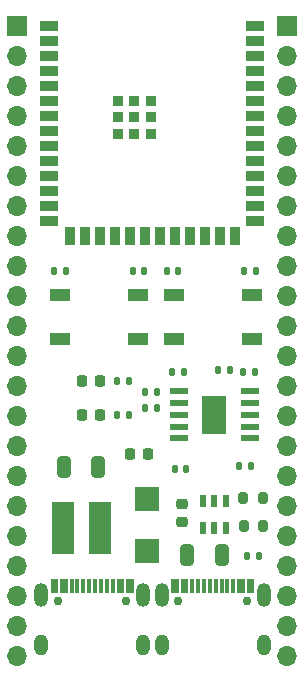
<source format=gbr>
%TF.GenerationSoftware,KiCad,Pcbnew,7.99.0-2389-gf842e6ac7a*%
%TF.CreationDate,2023-09-28T17:07:59+02:00*%
%TF.ProjectId,ESP32 PD Module,45535033-3220-4504-9420-4d6f64756c65,rev?*%
%TF.SameCoordinates,Original*%
%TF.FileFunction,Soldermask,Top*%
%TF.FilePolarity,Negative*%
%FSLAX46Y46*%
G04 Gerber Fmt 4.6, Leading zero omitted, Abs format (unit mm)*
G04 Created by KiCad (PCBNEW 7.99.0-2389-gf842e6ac7a) date 2023-09-28 17:07:59*
%MOMM*%
%LPD*%
G01*
G04 APERTURE LIST*
G04 Aperture macros list*
%AMRoundRect*
0 Rectangle with rounded corners*
0 $1 Rounding radius*
0 $2 $3 $4 $5 $6 $7 $8 $9 X,Y pos of 4 corners*
0 Add a 4 corners polygon primitive as box body*
4,1,4,$2,$3,$4,$5,$6,$7,$8,$9,$2,$3,0*
0 Add four circle primitives for the rounded corners*
1,1,$1+$1,$2,$3*
1,1,$1+$1,$4,$5*
1,1,$1+$1,$6,$7*
1,1,$1+$1,$8,$9*
0 Add four rect primitives between the rounded corners*
20,1,$1+$1,$2,$3,$4,$5,0*
20,1,$1+$1,$4,$5,$6,$7,0*
20,1,$1+$1,$6,$7,$8,$9,0*
20,1,$1+$1,$8,$9,$2,$3,0*%
G04 Aperture macros list end*
%ADD10RoundRect,0.135000X0.135000X0.185000X-0.135000X0.185000X-0.135000X-0.185000X0.135000X-0.185000X0*%
%ADD11R,1.700000X1.700000*%
%ADD12O,1.700000X1.700000*%
%ADD13R,0.300000X1.300000*%
%ADD14O,1.200000X1.800000*%
%ADD15O,1.200000X2.000000*%
%ADD16C,0.750000*%
%ADD17RoundRect,0.218750X-0.218750X-0.256250X0.218750X-0.256250X0.218750X0.256250X-0.218750X0.256250X0*%
%ADD18RoundRect,0.200000X0.200000X0.275000X-0.200000X0.275000X-0.200000X-0.275000X0.200000X-0.275000X0*%
%ADD19R,1.700000X1.000000*%
%ADD20RoundRect,0.250000X0.325000X0.650000X-0.325000X0.650000X-0.325000X-0.650000X0.325000X-0.650000X0*%
%ADD21R,1.500000X0.600000*%
%ADD22R,2.100000X3.300000*%
%ADD23RoundRect,0.225000X-0.225000X-0.250000X0.225000X-0.250000X0.225000X0.250000X-0.225000X0.250000X0*%
%ADD24R,2.000000X2.000000*%
%ADD25RoundRect,0.225000X-0.250000X0.225000X-0.250000X-0.225000X0.250000X-0.225000X0.250000X0.225000X0*%
%ADD26R,1.900000X4.500000*%
%ADD27R,1.500000X0.900000*%
%ADD28R,0.900000X1.500000*%
%ADD29R,0.900000X0.900000*%
%ADD30R,0.530000X0.990000*%
%ADD31RoundRect,0.140000X-0.140000X-0.170000X0.140000X-0.170000X0.140000X0.170000X-0.140000X0.170000X0*%
%ADD32RoundRect,0.140000X0.140000X0.170000X-0.140000X0.170000X-0.140000X-0.170000X0.140000X-0.170000X0*%
%ADD33RoundRect,0.135000X-0.135000X-0.185000X0.135000X-0.185000X0.135000X0.185000X-0.135000X0.185000X0*%
%ADD34RoundRect,0.200000X-0.200000X-0.275000X0.200000X-0.275000X0.200000X0.275000X-0.200000X0.275000X0*%
G04 APERTURE END LIST*
D10*
%TO.C,R12*%
X68760000Y-95700000D03*
X67740000Y-95700000D03*
%TD*%
D11*
%TO.C,J1*%
X48260000Y-50800000D03*
D12*
X48260000Y-53340000D03*
X48260000Y-55880000D03*
X48260000Y-58420000D03*
X48260000Y-60960000D03*
X48260000Y-63500000D03*
X48260000Y-66040000D03*
X48260000Y-68580000D03*
X48260000Y-71120000D03*
X48260000Y-73660000D03*
X48260000Y-76200000D03*
X48260000Y-78740000D03*
X48260000Y-81280000D03*
X48260000Y-83820000D03*
X48260000Y-86360000D03*
X48260000Y-88900000D03*
X48260000Y-91440000D03*
X48260000Y-93980000D03*
X48260000Y-96520000D03*
X48260000Y-99060000D03*
X48260000Y-101600000D03*
X48260000Y-104140000D03*
%TD*%
D11*
%TO.C,J2*%
X71120000Y-50800000D03*
D12*
X71120000Y-53340000D03*
X71120000Y-55880000D03*
X71120000Y-58420000D03*
X71120000Y-60960000D03*
X71120000Y-63500000D03*
X71120000Y-66040000D03*
X71120000Y-68580000D03*
X71120000Y-71120000D03*
X71120000Y-73660000D03*
X71120000Y-76200000D03*
X71120000Y-78740000D03*
X71120000Y-81280000D03*
X71120000Y-83820000D03*
X71120000Y-86360000D03*
X71120000Y-88900000D03*
X71120000Y-91440000D03*
X71120000Y-93980000D03*
X71120000Y-96520000D03*
X71120000Y-99060000D03*
X71120000Y-101600000D03*
X71120000Y-104140000D03*
%TD*%
D13*
%TO.C,USB2*%
X52850000Y-98260000D03*
X53350000Y-98260000D03*
X53850000Y-98260000D03*
X54350000Y-98260000D03*
X54850000Y-98260000D03*
X55350000Y-98260000D03*
X55850000Y-98260000D03*
X56350000Y-98260000D03*
X51250000Y-98260000D03*
X51550000Y-98260000D03*
X52050000Y-98260000D03*
X52350000Y-98260000D03*
X56850000Y-98260000D03*
X57150000Y-98260000D03*
X57650000Y-98260000D03*
X57950000Y-98260000D03*
D14*
X58930000Y-103200000D03*
D15*
X58930000Y-99020000D03*
X50270000Y-99020000D03*
D14*
X50270000Y-103200000D03*
D16*
X51700000Y-99520000D03*
X57500000Y-99520000D03*
%TD*%
D17*
%TO.C,D3*%
X53712500Y-83750000D03*
X55287500Y-83750000D03*
%TD*%
D18*
%TO.C,R3*%
X67375000Y-90750000D03*
X69025000Y-90750000D03*
%TD*%
D19*
%TO.C,SW2*%
X61500000Y-73590000D03*
X68100000Y-73590000D03*
X61500000Y-77290000D03*
X68100000Y-77290000D03*
%TD*%
D20*
%TO.C,C2*%
X55125000Y-88200000D03*
X52175000Y-88200000D03*
%TD*%
D21*
%TO.C,U4*%
X61950000Y-81750000D03*
X61950000Y-82750000D03*
X61950000Y-83750000D03*
X61950000Y-84750000D03*
X61950000Y-85750000D03*
X67950000Y-85750000D03*
X67950000Y-84750000D03*
X67950000Y-83750000D03*
X67950000Y-82750000D03*
X67950000Y-81750000D03*
D22*
X64950000Y-83750000D03*
%TD*%
D23*
%TO.C,C7*%
X57800000Y-87100000D03*
X59350000Y-87100000D03*
%TD*%
D24*
%TO.C,D1*%
X59250000Y-95250000D03*
X59250000Y-90850000D03*
%TD*%
D25*
%TO.C,C4*%
X62240000Y-91295000D03*
X62240000Y-92845000D03*
%TD*%
D10*
%TO.C,R1*%
X68010000Y-88100000D03*
X66990000Y-88100000D03*
%TD*%
D26*
%TO.C,L1*%
X52150000Y-93300000D03*
X55250000Y-93300000D03*
%TD*%
D27*
%TO.C,U2*%
X50915000Y-50820000D03*
X50915000Y-52090000D03*
X50915000Y-53360000D03*
X50915000Y-54630000D03*
X50915000Y-55900000D03*
X50915000Y-57170000D03*
X50915000Y-58440000D03*
X50915000Y-59710000D03*
X50915000Y-60980000D03*
X50915000Y-62250000D03*
X50915000Y-63520000D03*
X50915000Y-64790000D03*
X50915000Y-66060000D03*
X50915000Y-67330000D03*
D28*
X52680000Y-68580000D03*
X53950000Y-68580000D03*
X55220000Y-68580000D03*
X56490000Y-68580000D03*
X57760000Y-68580000D03*
X59030000Y-68580000D03*
X60300000Y-68580000D03*
X61570000Y-68580000D03*
X62840000Y-68580000D03*
X64110000Y-68580000D03*
X65380000Y-68580000D03*
X66650000Y-68580000D03*
D27*
X68415000Y-67330000D03*
X68415000Y-66060000D03*
X68415000Y-64790000D03*
X68415000Y-63520000D03*
X68415000Y-62250000D03*
X68415000Y-60980000D03*
X68415000Y-59710000D03*
X68415000Y-58440000D03*
X68415000Y-57170000D03*
X68415000Y-55900000D03*
X68415000Y-54630000D03*
X68415000Y-53360000D03*
X68415000Y-52090000D03*
X68415000Y-50820000D03*
D29*
X56765000Y-57140000D03*
X56765000Y-58540000D03*
X56765000Y-59940000D03*
X58165000Y-57140000D03*
X58165000Y-58540000D03*
X58165000Y-59940000D03*
X59565000Y-57140000D03*
X59565000Y-58540000D03*
X59565000Y-59940000D03*
%TD*%
D10*
%TO.C,R11*%
X60100000Y-83200000D03*
X59080000Y-83200000D03*
%TD*%
%TO.C,R7*%
X57710000Y-80900000D03*
X56690000Y-80900000D03*
%TD*%
%TO.C,R10*%
X60110000Y-81850000D03*
X59090000Y-81850000D03*
%TD*%
D30*
%TO.C,U3*%
X65900000Y-93300000D03*
X64950000Y-93300000D03*
X64000000Y-93300000D03*
X64000000Y-91000000D03*
X64950000Y-91000000D03*
X65900000Y-91000000D03*
%TD*%
D16*
%TO.C,USB1*%
X61900000Y-99520000D03*
X67700000Y-99520000D03*
D15*
X60470000Y-99020000D03*
X69130000Y-99020000D03*
D14*
X69130000Y-103200000D03*
X60470000Y-103200000D03*
D13*
X61450000Y-98260000D03*
X62250000Y-98260000D03*
X63550000Y-98260000D03*
X64550000Y-98260000D03*
X65050000Y-98260000D03*
X66050000Y-98260000D03*
X67350000Y-98260000D03*
X68150000Y-98260000D03*
X67850000Y-98260000D03*
X67050000Y-98260000D03*
X66550000Y-98260000D03*
X65550000Y-98260000D03*
X64050000Y-98260000D03*
X63050000Y-98260000D03*
X62550000Y-98260000D03*
X61750000Y-98260000D03*
%TD*%
D31*
%TO.C,C5*%
X58020000Y-71600000D03*
X58980000Y-71600000D03*
%TD*%
D32*
%TO.C,C6*%
X61900000Y-71600000D03*
X60940000Y-71600000D03*
%TD*%
D33*
%TO.C,R5*%
X51340000Y-71600000D03*
X52360000Y-71600000D03*
%TD*%
%TO.C,R9*%
X65250000Y-79950000D03*
X66270000Y-79950000D03*
%TD*%
D31*
%TO.C,C1*%
X61400000Y-80150000D03*
X62360000Y-80150000D03*
%TD*%
D33*
%TO.C,R6*%
X67490000Y-71600000D03*
X68510000Y-71600000D03*
%TD*%
D20*
%TO.C,C3*%
X65575000Y-95600000D03*
X62625000Y-95600000D03*
%TD*%
D31*
%TO.C,C8*%
X61620000Y-88350000D03*
X62580000Y-88350000D03*
%TD*%
D17*
%TO.C,D2*%
X53712500Y-80900000D03*
X55287500Y-80900000D03*
%TD*%
D34*
%TO.C,R4*%
X69075000Y-93150000D03*
X67425000Y-93150000D03*
%TD*%
D19*
%TO.C,SW1*%
X51870000Y-73590000D03*
X58470000Y-73590000D03*
X51870000Y-77290000D03*
X58470000Y-77290000D03*
%TD*%
D33*
%TO.C,R2*%
X67400000Y-80150000D03*
X68420000Y-80150000D03*
%TD*%
D10*
%TO.C,R8*%
X57710000Y-83750000D03*
X56690000Y-83750000D03*
%TD*%
M02*

</source>
